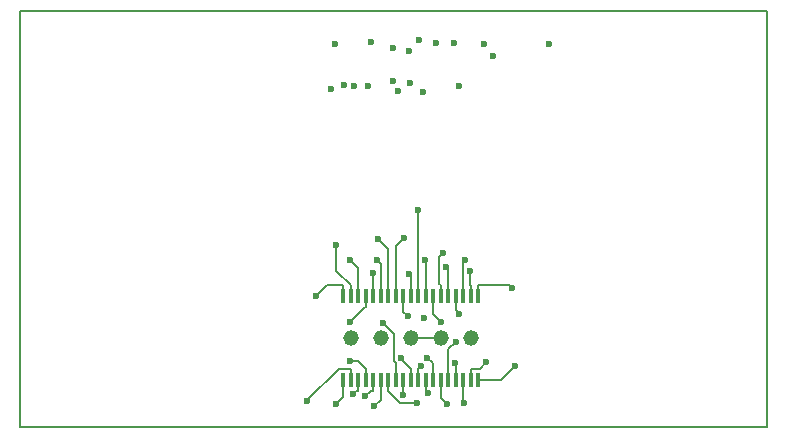
<source format=gbr>
%TF.GenerationSoftware,KiCad,Pcbnew,9.0.6*%
%TF.CreationDate,2026-01-21T19:17:09+09:00*%
%TF.ProjectId,mictorHSMC,6d696374-6f72-4485-934d-432e6b696361,rev?*%
%TF.SameCoordinates,Original*%
%TF.FileFunction,Copper,L1,Top*%
%TF.FilePolarity,Positive*%
%FSLAX46Y46*%
G04 Gerber Fmt 4.6, Leading zero omitted, Abs format (unit mm)*
G04 Created by KiCad (PCBNEW 9.0.6) date 2026-01-21 19:17:09*
%MOMM*%
%LPD*%
G01*
G04 APERTURE LIST*
%TA.AperFunction,NonConductor*%
%ADD10C,0.200000*%
%TD*%
%TA.AperFunction,SMDPad,CuDef*%
%ADD11R,0.430000X1.270000*%
%TD*%
%TA.AperFunction,ComponentPad*%
%ADD12C,1.318000*%
%TD*%
%TA.AperFunction,ViaPad*%
%ADD13C,0.600000*%
%TD*%
%TA.AperFunction,Conductor*%
%ADD14C,0.200000*%
%TD*%
G04 APERTURE END LIST*
D10*
X127000000Y-82360000D02*
X190215000Y-82360000D01*
X190215000Y-117570000D01*
X127000000Y-117570000D01*
X127000000Y-82360000D01*
D11*
%TO.P,J1,1,1*%
%TO.N,HSM_CLKOUT0*%
X165795000Y-113530000D03*
%TO.P,J1,2,2*%
%TO.N,HSM_CLKIN0*%
X165795000Y-106470000D03*
%TO.P,J1,3,3*%
%TO.N,HSM_D0*%
X165160000Y-113530000D03*
%TO.P,J1,4,4*%
%TO.N,HSM_D1*%
X165160000Y-106470000D03*
%TO.P,J1,5,5*%
%TO.N,HSM_D2*%
X164525000Y-113530000D03*
%TO.P,J1,6,6*%
%TO.N,HSM_D3*%
X164525000Y-106470000D03*
%TO.P,J1,7,7*%
%TO.N,HSM_D4*%
X163890000Y-113530000D03*
%TO.P,J1,8,8*%
%TO.N,HSM_D5*%
X163890000Y-106470000D03*
%TO.P,J1,9,9*%
%TO.N,HSM_D6*%
X163255000Y-113530000D03*
%TO.P,J1,10,10*%
%TO.N,HSM_D7*%
X163255000Y-106470000D03*
%TO.P,J1,11,11*%
%TO.N,HSM_D8*%
X162620000Y-113530000D03*
%TO.P,J1,12,12*%
%TO.N,HSM_D9*%
X162620000Y-106470000D03*
%TO.P,J1,13,13*%
%TO.N,HSM_D10*%
X161985000Y-113530000D03*
%TO.P,J1,14,14*%
%TO.N,HSM_D11*%
X161985000Y-106470000D03*
%TO.P,J1,15,15*%
%TO.N,HSM_D12*%
X161350000Y-113530000D03*
%TO.P,J1,16,16*%
%TO.N,HSM_D13*%
X161350000Y-106470000D03*
%TO.P,J1,17,17*%
%TO.N,HSM_D14*%
X160715000Y-113530000D03*
%TO.P,J1,18,18*%
%TO.N,HSM_D15*%
X160715000Y-106470000D03*
%TO.P,J1,19,19*%
%TO.N,HSM_D16*%
X160080000Y-113530000D03*
%TO.P,J1,20,20*%
%TO.N,HSM_D17*%
X160080000Y-106470000D03*
%TO.P,J1,21,21*%
%TO.N,HSM_D18*%
X159445000Y-113530000D03*
%TO.P,J1,22,22*%
%TO.N,HSM_D19*%
X159445000Y-106470000D03*
%TO.P,J1,23,23*%
%TO.N,HSM_D20*%
X158810000Y-113530000D03*
%TO.P,J1,24,24*%
%TO.N,HSM_D21*%
X158810000Y-106470000D03*
%TO.P,J1,25,25*%
%TO.N,HSM_D22*%
X158175000Y-113530000D03*
%TO.P,J1,26,26*%
%TO.N,HSM_D23*%
X158175000Y-106470000D03*
%TO.P,J1,27,27*%
%TO.N,HSM_D24*%
X157540000Y-113530000D03*
%TO.P,J1,28,28*%
%TO.N,HSM_D25*%
X157540000Y-106470000D03*
%TO.P,J1,29,29*%
%TO.N,HSM_D26*%
X156905000Y-113530000D03*
%TO.P,J1,30,30*%
%TO.N,HSM_D27*%
X156905000Y-106470000D03*
%TO.P,J1,31,31*%
%TO.N,HSM_D28*%
X156270000Y-113530000D03*
%TO.P,J1,32,32*%
%TO.N,HSM_D29*%
X156270000Y-106470000D03*
%TO.P,J1,33,33*%
%TO.N,HSM_D30*%
X155635000Y-113530000D03*
%TO.P,J1,34,34*%
%TO.N,HSM_D31*%
X155635000Y-106470000D03*
%TO.P,J1,35,35*%
%TO.N,HSM_D32*%
X155000000Y-113530000D03*
%TO.P,J1,36,36*%
%TO.N,HSM_D33*%
X155000000Y-106470000D03*
%TO.P,J1,37,37*%
%TO.N,HSM_D34*%
X154365000Y-113530000D03*
%TO.P,J1,38,38*%
%TO.N,HSM_D35*%
X154365000Y-106470000D03*
D12*
%TO.P,J1,S1,SHIELD*%
%TO.N,GND*%
X165160000Y-110000000D03*
%TO.P,J1,S2,SHIELD*%
X162620000Y-110000000D03*
%TO.P,J1,S3,SHIELD*%
X160080000Y-110000000D03*
%TO.P,J1,S4,SHIELD*%
X157540000Y-110000000D03*
%TO.P,J1,S5,SHIELD*%
X155000000Y-110000000D03*
%TD*%
D13*
%TO.N,HSM_D29*%
X154928200Y-108659400D03*
%TO.N,HSM_D6*%
X163889700Y-110307000D03*
X163733900Y-85037500D03*
%TO.N,HSM_D1*%
X165110100Y-104330800D03*
%TO.N,HSM_D9*%
X162821800Y-102830400D03*
%TO.N,HSM_D2*%
X164620200Y-115506500D03*
X167053500Y-86109400D03*
%TO.N,HSM_D18*%
X158608800Y-85491100D03*
X159395800Y-114861900D03*
%TO.N,HSM_D30*%
X155184300Y-114776100D03*
X154441900Y-88564100D03*
%TO.N,HSM_D25*%
X157207400Y-103392800D03*
%TO.N,HSM_D28*%
X155299000Y-88657500D03*
X154915900Y-111960200D03*
%TO.N,HSM_D33*%
X153793800Y-102123100D03*
%TO.N,HSM_D24*%
X156695000Y-84930900D03*
X157000800Y-115756700D03*
%TO.N,HSM_D31*%
X154984600Y-103435700D03*
%TO.N,HSM_D19*%
X159830200Y-108161200D03*
%TO.N,HSM_D10*%
X161149600Y-89144700D03*
X161208400Y-108315900D03*
X161508600Y-111684700D03*
%TO.N,HSM_D11*%
X162627500Y-108623700D03*
%TO.N,HSM_D15*%
X160717300Y-99167600D03*
%TO.N,HSM_D21*%
X159492200Y-101509600D03*
%TO.N,HSM_D5*%
X164205100Y-107970700D03*
%TO.N,HSM_D34*%
X153780200Y-115563100D03*
X153345900Y-88940300D03*
%TO.N,HSM_D14*%
X160053800Y-88452000D03*
X160933800Y-112359700D03*
%TO.N,HSM_D3*%
X164645300Y-103435700D03*
%TO.N,HSM_D13*%
X161300600Y-103435600D03*
%TO.N,HSM_D35*%
X152107300Y-106416200D03*
%TO.N,HSM_D26*%
X156473800Y-88658700D03*
X156236400Y-114915200D03*
%TO.N,HSM_CLKIN0*%
X168660200Y-105808100D03*
%TO.N,HSM_D32*%
X151325300Y-115357700D03*
X153663000Y-85123700D03*
%TO.N,HSM_D22*%
X160589700Y-115516000D03*
X159001500Y-89103200D03*
%TO.N,HSM_D7*%
X163111700Y-104015300D03*
%TO.N,HSM_CLKOUT0*%
X171819900Y-85123700D03*
X168892100Y-112378500D03*
%TO.N,HSM_D0*%
X166451700Y-112054400D03*
X166332300Y-85123700D03*
%TO.N,HSM_D20*%
X157716200Y-108712900D03*
X158599800Y-88234600D03*
%TO.N,HSM_D17*%
X159969500Y-104614500D03*
%TO.N,HSM_D27*%
X156889800Y-104459200D03*
%TO.N,HSM_D23*%
X157327600Y-101601600D03*
%TO.N,HSM_D4*%
X164185100Y-88683200D03*
X163872100Y-112157800D03*
%TO.N,HSM_D12*%
X161547400Y-114692900D03*
X160825300Y-84783500D03*
%TO.N,HSM_D16*%
X159238700Y-111655700D03*
X159909800Y-85672700D03*
%TO.N,HSM_D8*%
X162223200Y-85064800D03*
X163130000Y-115552700D03*
%TD*%
D14*
%TO.N,HSM_D29*%
X156180900Y-107406700D02*
X156270000Y-107406700D01*
X154928200Y-108659400D02*
X156180900Y-107406700D01*
X156270000Y-106470000D02*
X156270000Y-107406700D01*
%TO.N,HSM_D6*%
X163255000Y-110941700D02*
X163889700Y-110307000D01*
X163255000Y-113530000D02*
X163255000Y-110941700D01*
%TO.N,HSM_D1*%
X165110100Y-105483400D02*
X165160000Y-105533300D01*
X165110100Y-104330800D02*
X165110100Y-105483400D01*
X165160000Y-106470000D02*
X165160000Y-105533300D01*
%TO.N,HSM_D9*%
X162486900Y-103165300D02*
X162821800Y-102830400D01*
X162486900Y-105400200D02*
X162486900Y-103165300D01*
X162620000Y-105533300D02*
X162486900Y-105400200D01*
X162620000Y-106470000D02*
X162620000Y-105533300D01*
%TO.N,HSM_D2*%
X164525000Y-115411300D02*
X164525000Y-113530000D01*
X164620200Y-115506500D02*
X164525000Y-115411300D01*
%TO.N,HSM_D18*%
X159445000Y-114812700D02*
X159445000Y-113530000D01*
X159395800Y-114861900D02*
X159445000Y-114812700D01*
%TO.N,HSM_D30*%
X155493700Y-114466700D02*
X155184300Y-114776100D01*
X155635000Y-114466700D02*
X155493700Y-114466700D01*
X155635000Y-113530000D02*
X155635000Y-114466700D01*
%TO.N,HSM_D25*%
X157540000Y-106470000D02*
X157540000Y-105533300D01*
X157540000Y-103725400D02*
X157540000Y-105533300D01*
X157207400Y-103392800D02*
X157540000Y-103725400D01*
%TO.N,HSM_D28*%
X155636900Y-111960200D02*
X154915900Y-111960200D01*
X156270000Y-112593300D02*
X155636900Y-111960200D01*
X156270000Y-113530000D02*
X156270000Y-112593300D01*
%TO.N,HSM_D33*%
X155000000Y-106470000D02*
X155000000Y-105533300D01*
X153793800Y-104327100D02*
X153793800Y-102123100D01*
X155000000Y-105533300D02*
X153793800Y-104327100D01*
%TO.N,HSM_D24*%
X157540000Y-115217500D02*
X157540000Y-113530000D01*
X157000800Y-115756700D02*
X157540000Y-115217500D01*
%TO.N,HSM_D31*%
X155635000Y-104086100D02*
X155635000Y-106470000D01*
X154984600Y-103435700D02*
X155635000Y-104086100D01*
%TO.N,HSM_D19*%
X159445000Y-107776000D02*
X159830200Y-108161200D01*
X159445000Y-106470000D02*
X159445000Y-107776000D01*
%TO.N,HSM_D10*%
X161985000Y-112161100D02*
X161508600Y-111684700D01*
X161985000Y-113530000D02*
X161985000Y-112161100D01*
%TO.N,HSM_D11*%
X161985000Y-107981200D02*
X161985000Y-106470000D01*
X162627500Y-108623700D02*
X161985000Y-107981200D01*
%TO.N,HSM_D15*%
X160698800Y-99186100D02*
X160717300Y-99167600D01*
X160698800Y-105517100D02*
X160698800Y-99186100D01*
X160715000Y-105533300D02*
X160698800Y-105517100D01*
X160715000Y-106470000D02*
X160715000Y-105533300D01*
X160717300Y-99167600D02*
X160698800Y-99186100D01*
X160698800Y-99186100D02*
X160717300Y-99167600D01*
%TO.N,HSM_D21*%
X158810000Y-102191800D02*
X159492200Y-101509600D01*
X158810000Y-106470000D02*
X158810000Y-102191800D01*
%TO.N,HSM_D5*%
X163890000Y-107655600D02*
X163890000Y-106470000D01*
X164205100Y-107970700D02*
X163890000Y-107655600D01*
%TO.N,HSM_D34*%
X154365000Y-114978300D02*
X154365000Y-113530000D01*
X153780200Y-115563100D02*
X154365000Y-114978300D01*
%TO.N,HSM_D14*%
X160715000Y-112578500D02*
X160715000Y-113530000D01*
X160933800Y-112359700D02*
X160715000Y-112578500D01*
%TO.N,HSM_D3*%
X164508400Y-105516700D02*
X164525000Y-105533300D01*
X164508400Y-103572600D02*
X164508400Y-105516700D01*
X164645300Y-103435700D02*
X164508400Y-103572600D01*
X164525000Y-106470000D02*
X164525000Y-105533300D01*
%TO.N,HSM_D13*%
X161350000Y-103485000D02*
X161300600Y-103435600D01*
X161350000Y-106470000D02*
X161350000Y-103485000D01*
%TO.N,HSM_D35*%
X154365000Y-106470000D02*
X154365000Y-105533300D01*
X152990200Y-105533300D02*
X154365000Y-105533300D01*
X152107300Y-106416200D02*
X152990200Y-105533300D01*
%TO.N,HSM_D26*%
X156684900Y-114466700D02*
X156905000Y-114466700D01*
X156236400Y-114915200D02*
X156684900Y-114466700D01*
X156905000Y-113530000D02*
X156905000Y-114466700D01*
%TO.N,HSM_CLKIN0*%
X168385400Y-105533300D02*
X165795000Y-105533300D01*
X168660200Y-105808100D02*
X168385400Y-105533300D01*
X165795000Y-106470000D02*
X165795000Y-105533300D01*
%TO.N,HSM_D32*%
X151325300Y-115250000D02*
X151325300Y-115357700D01*
X153982000Y-112593300D02*
X151325300Y-115250000D01*
X155000000Y-112593300D02*
X153982000Y-112593300D01*
X155000000Y-113530000D02*
X155000000Y-112593300D01*
%TO.N,HSM_D22*%
X158175000Y-113530000D02*
X158175000Y-114466700D01*
X159199100Y-115516000D02*
X160589700Y-115516000D01*
X158175000Y-114491900D02*
X159199100Y-115516000D01*
X158175000Y-114466700D02*
X158175000Y-114491900D01*
%TO.N,HSM_D7*%
X163255000Y-104158600D02*
X163255000Y-106470000D01*
X163111700Y-104015300D02*
X163255000Y-104158600D01*
%TO.N,GND*%
X162620000Y-110000000D02*
X160080000Y-110000000D01*
%TO.N,HSM_CLKOUT0*%
X167740600Y-113530000D02*
X168892100Y-112378500D01*
X165795000Y-113530000D02*
X167740600Y-113530000D01*
%TO.N,HSM_D0*%
X165160000Y-113530000D02*
X165160000Y-112593300D01*
X165912800Y-112593300D02*
X165160000Y-112593300D01*
X166451700Y-112054400D02*
X165912800Y-112593300D01*
%TO.N,HSM_D20*%
X158810000Y-112097600D02*
X158810000Y-113530000D01*
X158637000Y-111924600D02*
X158810000Y-112097600D01*
X158637000Y-109633700D02*
X158637000Y-111924600D01*
X157716200Y-108712900D02*
X158637000Y-109633700D01*
%TO.N,HSM_D17*%
X160080000Y-104725000D02*
X160080000Y-106470000D01*
X159969500Y-104614500D02*
X160080000Y-104725000D01*
%TO.N,HSM_D27*%
X156905000Y-104474400D02*
X156905000Y-106470000D01*
X156889800Y-104459200D02*
X156905000Y-104474400D01*
%TO.N,HSM_D23*%
X158175000Y-102449000D02*
X157327600Y-101601600D01*
X158175000Y-106470000D02*
X158175000Y-102449000D01*
%TO.N,HSM_D4*%
X163890000Y-112175700D02*
X163890000Y-113530000D01*
X163872100Y-112157800D02*
X163890000Y-112175700D01*
%TO.N,HSM_D12*%
X161350000Y-114495500D02*
X161350000Y-113530000D01*
X161547400Y-114692900D02*
X161350000Y-114495500D01*
%TO.N,HSM_D16*%
X160080000Y-113530000D02*
X160080000Y-112593300D01*
X159238700Y-111752000D02*
X160080000Y-112593300D01*
X159238700Y-111655700D02*
X159238700Y-111752000D01*
%TO.N,HSM_D8*%
X162620000Y-115042700D02*
X163130000Y-115552700D01*
X162620000Y-113530000D02*
X162620000Y-115042700D01*
%TD*%
M02*

</source>
